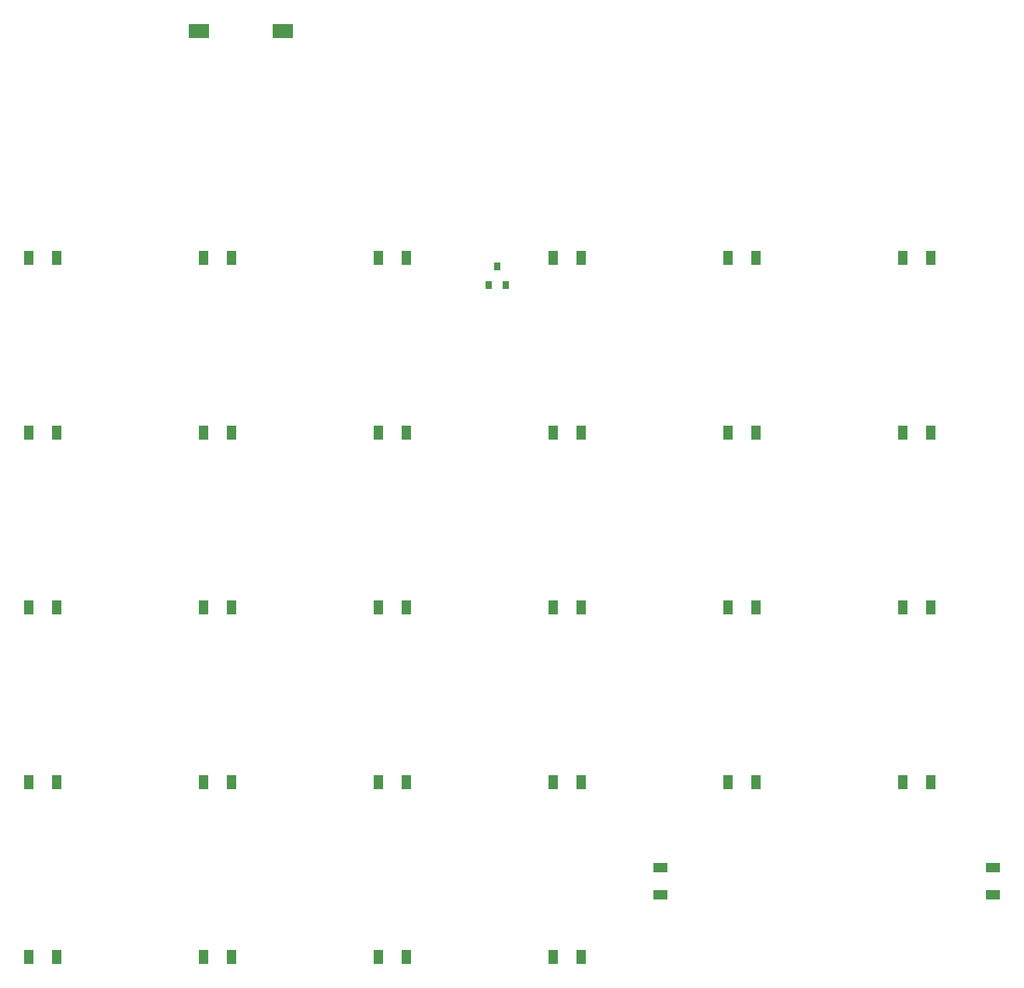
<source format=gbr>
G04 #@! TF.GenerationSoftware,KiCad,Pcbnew,(5.1.0)-1*
G04 #@! TF.CreationDate,2019-04-03T00:52:31+07:00*
G04 #@! TF.ProjectId,Nyquist,4e797175-6973-4742-9e6b-696361645f70,rev?*
G04 #@! TF.SameCoordinates,Original*
G04 #@! TF.FileFunction,Paste,Top*
G04 #@! TF.FilePolarity,Positive*
%FSLAX46Y46*%
G04 Gerber Fmt 4.6, Leading zero omitted, Abs format (unit mm)*
G04 Created by KiCad (PCBNEW (5.1.0)-1) date 2019-04-03 00:52:31*
%MOMM*%
%LPD*%
G04 APERTURE LIST*
%ADD10R,2.180000X1.600000*%
%ADD11R,1.600000X1.000000*%
%ADD12R,0.800000X0.900000*%
%ADD13R,1.000000X1.600000*%
G04 APERTURE END LIST*
D10*
X89380000Y-27940000D03*
X98580000Y-27940000D03*
D11*
X139700000Y-122150000D03*
X139700000Y-119150000D03*
D12*
X120970000Y-55610000D03*
X122870000Y-55610000D03*
X121920000Y-53610000D03*
D13*
X73890000Y-52705000D03*
X70890000Y-52705000D03*
X89940000Y-52705000D03*
X92940000Y-52705000D03*
X108990000Y-52705000D03*
X111990000Y-52705000D03*
X128040000Y-52705000D03*
X131040000Y-52705000D03*
X147090000Y-52705000D03*
X150090000Y-52705000D03*
X169140000Y-52705000D03*
X166140000Y-52705000D03*
X73890000Y-71755000D03*
X70890000Y-71755000D03*
X92940000Y-71755000D03*
X89940000Y-71755000D03*
X111990000Y-71755000D03*
X108990000Y-71755000D03*
X131040000Y-71755000D03*
X128040000Y-71755000D03*
X147090000Y-71755000D03*
X150090000Y-71755000D03*
X169140000Y-71755000D03*
X166140000Y-71755000D03*
X70890000Y-90805000D03*
X73890000Y-90805000D03*
X89940000Y-90805000D03*
X92940000Y-90805000D03*
X111990000Y-90805000D03*
X108990000Y-90805000D03*
X128040000Y-90805000D03*
X131040000Y-90805000D03*
X150090000Y-90805000D03*
X147090000Y-90805000D03*
X166140000Y-90805000D03*
X169140000Y-90805000D03*
X73890000Y-109855000D03*
X70890000Y-109855000D03*
X89940000Y-109855000D03*
X92940000Y-109855000D03*
X111990000Y-109855000D03*
X108990000Y-109855000D03*
X128040000Y-109855000D03*
X131040000Y-109855000D03*
X150090000Y-109855000D03*
X147090000Y-109855000D03*
X166140000Y-109855000D03*
X169140000Y-109855000D03*
X73890000Y-128905000D03*
X70890000Y-128905000D03*
X89940000Y-128905000D03*
X92940000Y-128905000D03*
X111990000Y-128905000D03*
X108990000Y-128905000D03*
X128040000Y-128905000D03*
X131040000Y-128905000D03*
D11*
X175895000Y-122150000D03*
X175895000Y-119150000D03*
M02*

</source>
